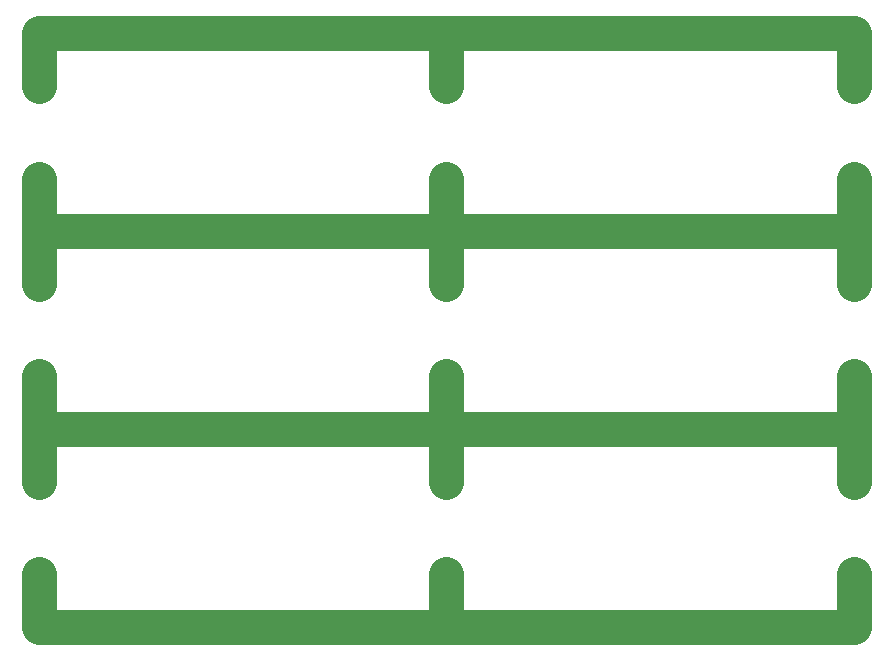
<source format=gbr>
%TF.GenerationSoftware,KiCad,Pcbnew,7.0.9-7.0.9~ubuntu22.04.1*%
%TF.CreationDate,2023-11-19T15:44:41-06:00*%
%TF.ProjectId,BT_PANELIZED,42545f50-414e-4454-9c49-5a45442e6b69,000*%
%TF.SameCoordinates,Original*%
%TF.FileFunction,Other,ECO1*%
%FSLAX46Y46*%
G04 Gerber Fmt 4.6, Leading zero omitted, Abs format (unit mm)*
G04 Created by KiCad (PCBNEW 7.0.9-7.0.9~ubuntu22.04.1) date 2023-11-19 15:44:41*
%MOMM*%
%LPD*%
G01*
G04 APERTURE LIST*
%ADD10C,3.000000*%
G04 APERTURE END LIST*
D10*
X103840000Y-36450000D02*
X172830000Y-36450000D01*
X172830000Y-36450000D02*
X172830000Y-40975000D01*
X172830000Y-48775000D02*
X172830000Y-53200000D01*
X103830000Y-48775000D02*
X103830000Y-53200000D01*
X103830000Y-36450000D02*
X103830000Y-40975000D01*
X138330000Y-36450000D02*
X138330000Y-40975000D01*
X103840000Y-53200000D02*
X172830000Y-53200000D01*
X103840000Y-69950000D02*
X172830000Y-69950000D01*
X103840000Y-86700000D02*
X172830000Y-86700000D01*
X172830000Y-53200000D02*
X172830000Y-57725000D01*
X172830000Y-69950000D02*
X172830000Y-74475000D01*
X103830000Y-65525000D02*
X103830000Y-69950000D01*
X103830000Y-82275000D02*
X103830000Y-86700000D01*
X138330000Y-65525000D02*
X138330000Y-69950000D01*
X138330000Y-82275000D02*
X138330000Y-86700000D01*
X172830000Y-65525000D02*
X172830000Y-69950000D01*
X172830000Y-82275000D02*
X172830000Y-86700000D01*
X138330000Y-53200000D02*
X138330000Y-57725000D01*
X138330000Y-69950000D02*
X138330000Y-74475000D01*
X103830000Y-53200000D02*
X103830000Y-57725000D01*
X103830000Y-69950000D02*
X103830000Y-74475000D01*
X138330000Y-48775000D02*
X138330000Y-53200000D01*
M02*

</source>
